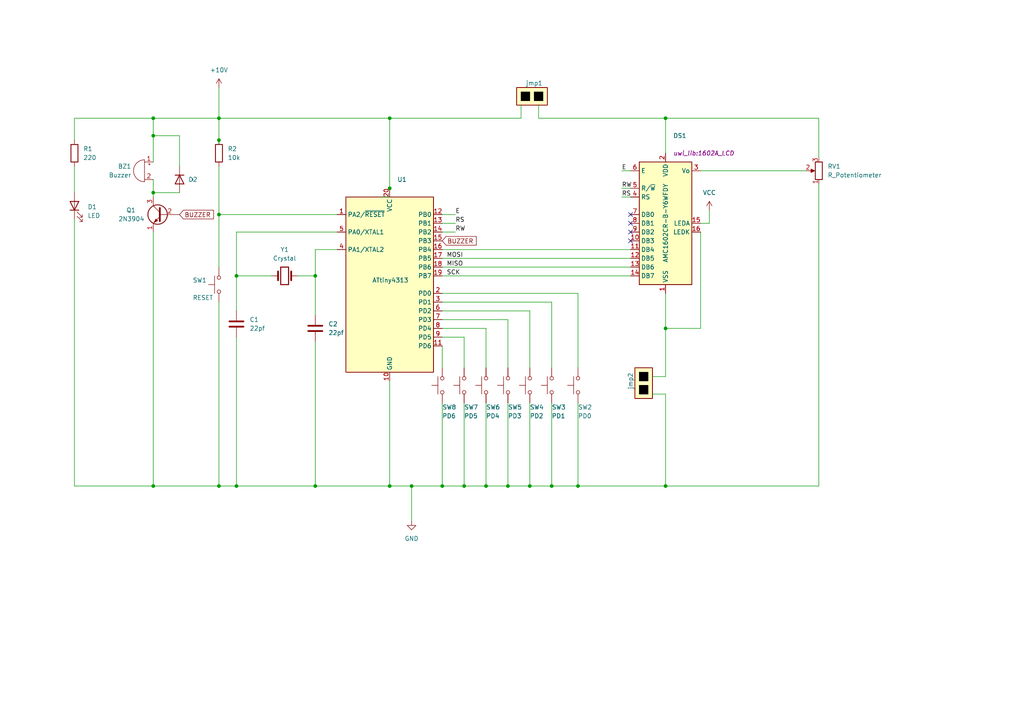
<source format=kicad_sch>
(kicad_sch (version 20230121) (generator eeschema)
  (paper "A4")
  (lib_symbols
    (symbol "Device:Buzzer" (pin_names (offset 0.0254) hide)
      (property "Reference" "BZ" (at 3.81 1.27 0))
      (property "Value" "Buzzer" (at 3.81 -1.27 0))
      (symbol "Buzzer_0_1"
        (arc (start 0 -3.175) (mid 3.1612 0) (end 0 3.175))
        (polyline (pts (xy -1.651 1.905) (xy -1.143 1.905)))
        (polyline (pts (xy -1.397 2.159) (xy -1.397 1.651)))
        (polyline (pts (xy 0 3.175) (xy 0 -3.175)))
      )
      (symbol "Buzzer_1_1"
        (pin passive line (at -2.54 2.54 0) (length 2.54) (name "-") (number "1"))
        (pin passive line (at -2.54 -2.54 0) (length 2.54) (name "+") (number "2"))
      )
    )
    (symbol "Device:C" (pin_numbers hide) (pin_names (offset 0.254))
      (property "Reference" "C" (at 0.635 2.54 0))
      (property "Value" "C" (at 0.635 -2.54 0))
      (symbol "C_0_1"
        (polyline (pts (xy -2.032 -0.762) (xy 2.032 -0.762)) (stroke (width 0.508)))
        (polyline (pts (xy -2.032 0.762) (xy 2.032 0.762)) (stroke (width 0.508)))
      )
      (symbol "C_1_1"
        (pin passive line (at 0 3.81 270) (length 2.794) (name "~") (number "1"))
        (pin passive line (at 0 -3.81 90) (length 2.794) (name "~") (number "2"))
      )
    )
    (symbol "Device:Crystal" (pin_numbers hide) (pin_names (offset 1.016) hide)
      (property "Reference" "Y" (at 0 3.81 0))
      (property "Value" "Crystal" (at 0 -3.81 0))
      (symbol "Crystal_0_1"
        (rectangle (start -1.143 2.54) (end 1.143 -2.54) (stroke (width 0.3048)))
        (polyline (pts (xy -2.54 0) (xy -1.905 0)))
        (polyline (pts (xy -1.905 -1.27) (xy -1.905 1.27)) (stroke (width 0.508)))
        (polyline (pts (xy 1.905 -1.27) (xy 1.905 1.27)) (stroke (width 0.508)))
        (polyline (pts (xy 2.54 0) (xy 1.905 0)))
      )
      (symbol "Crystal_1_1"
        (pin passive line (at -3.81 0 0) (length 1.27) (name "1") (number "1"))
        (pin passive line (at 3.81 0 180) (length 1.27) (name "2") (number "2"))
      )
    )
    (symbol "Device:LED" (pin_numbers hide) (pin_names (offset 1.016) hide)
      (property "Reference" "D" (at 0 2.54 0))
      (property "Value" "LED" (at 0 -2.54 0))
      (symbol "LED_0_1"
        (polyline (pts (xy -1.27 -1.27) (xy -1.27 1.27)) (stroke (width 0.254)))
        (polyline (pts (xy -1.27 0) (xy 1.27 0)))
        (polyline (pts (xy 1.27 -1.27) (xy 1.27 1.27) (xy -1.27 0) (xy 1.27 -1.27)) (stroke (width 0.254)))
        (polyline (pts (xy -3.048 -0.762) (xy -4.572 -2.286) (xy -3.81 -2.286) (xy -4.572 -2.286) (xy -4.572 -1.524)))
        (polyline (pts (xy -1.778 -0.762) (xy -3.302 -2.286) (xy -2.54 -2.286) (xy -3.302 -2.286) (xy -3.302 -1.524)))
      )
      (symbol "LED_1_1"
        (pin passive line (at -3.81 0 0) (length 2.54) (name "K") (number "1"))
        (pin passive line (at 3.81 0 180) (length 2.54) (name "A") (number "2"))
      )
    )
    (symbol "Device:R" (pin_numbers hide) (pin_names (offset 0))
      (property "Reference" "R" (at 2.032 0 90))
      (property "Value" "R" (at 0 0 90))
      (symbol "R_0_1"
        (rectangle (start -1.016 -2.54) (end 1.016 2.54) (stroke (width 0.254)))
      )
      (symbol "R_1_1"
        (pin passive line (at 0 3.81 270) (length 1.27) (name "~") (number "1"))
        (pin passive line (at 0 -3.81 90) (length 1.27) (name "~") (number "2"))
      )
    )
    (symbol "Device:R_Potentiometer" (pin_names (offset 1.016) hide)
      (property "Reference" "RV" (at -4.445 0 90))
      (property "Value" "R_Potentiometer" (at -2.54 0 90))
      (symbol "R_Potentiometer_0_1"
        (polyline (pts (xy 2.54 0) (xy 1.524 0)))
        (polyline (pts (xy 1.143 0) (xy 2.286 0.508) (xy 2.286 -0.508) (xy 1.143 0)) (fill (type outline)))
        (rectangle (start 1.016 2.54) (end -1.016 -2.54) (stroke (width 0.254)))
      )
      (symbol "R_Potentiometer_1_1"
        (pin passive line (at 0 3.81 270) (length 1.27) (name "1") (number "1"))
        (pin passive line (at 3.81 0 180) (length 1.27) (name "2") (number "2"))
        (pin passive line (at 0 -3.81 90) (length 1.27) (name "3") (number "3"))
      )
    )
    (symbol "Diode:1N4148W" (pin_numbers hide) (pin_names hide)
      (property "Reference" "D" (at 0 2.54 0))
      (property "Value" "1N4148W" (at 0 -2.54 0))
      (symbol "1N4148W_0_1"
        (polyline (pts (xy -1.27 1.27) (xy -1.27 -1.27)) (stroke (width 0.254)))
        (polyline (pts (xy 1.27 0) (xy -1.27 0)))
        (polyline (pts (xy 1.27 1.27) (xy 1.27 -1.27) (xy -1.27 0) (xy 1.27 1.27)) (stroke (width 0.254)))
      )
      (symbol "1N4148W_1_1"
        (pin passive line (at -3.81 0 0) (length 2.54) (name "K") (number "1"))
        (pin passive line (at 3.81 0 180) (length 2.54) (name "A") (number "2"))
      )
    )
    (symbol "MCU_Microchip_ATtiny:ATtiny2313A-P"
      (property "Reference" "U" (at -12.7 26.67 0))
      (property "Value" "ATtiny2313A-P" (at 2.54 -26.67 0))
      (symbol "ATtiny2313A-P_0_1"
        (rectangle (start -12.7 -25.4) (end 12.7 25.4) (stroke (width 0.254)) (fill (type background)))
      )
      (symbol "ATtiny2313A-P_1_1"
        (pin bidirectional line (at -15.24 20.32 0) (length 2.54) (name "PA2/~{RESET}") (number "1"))
        (pin power_in line (at 0 -27.94 90) (length 2.54) (name "GND") (number "10"))
        (pin bidirectional line (at 15.24 -17.78 180) (length 2.54) (name "PD6") (number "11"))
        (pin bidirectional line (at 15.24 20.32 180) (length 2.54) (name "PB0") (number "12"))
        (pin bidirectional line (at 15.24 17.78 180) (length 2.54) (name "PB1") (number "13"))
        (pin bidirectional line (at 15.24 15.24 180) (length 2.54) (name "PB2") (number "14"))
        (pin bidirectional line (at 15.24 12.7 180) (length 2.54) (name "PB3") (number "15"))
        (pin bidirectional line (at 15.24 10.16 180) (length 2.54) (name "PB4") (number "16"))
        (pin bidirectional line (at 15.24 7.62 180) (length 2.54) (name "PB5") (number "17"))
        (pin bidirectional line (at 15.24 5.08 180) (length 2.54) (name "PB6") (number "18"))
        (pin bidirectional line (at 15.24 2.54 180) (length 2.54) (name "PB7") (number "19"))
        (pin bidirectional line (at 15.24 -2.54 180) (length 2.54) (name "PD0") (number "2"))
        (pin power_in line (at 0 27.94 270) (length 2.54) (name "VCC") (number "20"))
        (pin bidirectional line (at 15.24 -5.08 180) (length 2.54) (name "PD1") (number "3"))
        (pin bidirectional line (at -15.24 10.16 0) (length 2.54) (name "PA1/XTAL2") (number "4"))
        (pin bidirectional line (at -15.24 15.24 0) (length 2.54) (name "PA0/XTAL1") (number "5"))
        (pin bidirectional line (at 15.24 -7.62 180) (length 2.54) (name "PD2") (number "6"))
        (pin bidirectional line (at 15.24 -10.16 180) (length 2.54) (name "PD3") (number "7"))
        (pin bidirectional line (at 15.24 -12.7 180) (length 2.54) (name "PD4") (number "8"))
        (pin bidirectional line (at 15.24 -15.24 180) (length 2.54) (name "PD5") (number "9"))
      )
    )
    (symbol "Power_Protection:SP0502BAHT" (pin_names hide)
      (property "Reference" "D3" (at -8.89 0 90))
      (property "Value" "SP0502BAHT" (at -6.35 0 90))
      (symbol "SP0502BAHT_0_1"
        (rectangle (start -3.81 2.54) (end 5.08 -2.54) (stroke (width 0.254)) (fill (type background)))
      )
      (symbol "SP0502BAHT_1_1"
        (rectangle (start -2.54 1.27) (end 0 -1.27) (stroke (width 0) (color 0 0 0 1)) (fill (type color) (color 0 0 0 1)))
        (rectangle (start 1.27 1.27) (end 3.81 -1.27) (stroke (width 0) (color 0 0 0 1)) (fill (type color) (color 0 0 0 1)))
      )
    )
    (symbol "Switch:SW_Push" (pin_numbers hide) (pin_names (offset 1.016) hide)
      (property "Reference" "SW" (at 1.27 2.54 0))
      (property "Value" "SW_Push" (at 0 -1.524 0))
      (symbol "SW_Push_0_1"
        (circle (center -2.032 0) (radius 0.508))
        (polyline (pts (xy 0 1.27) (xy 0 3.048)))
        (polyline (pts (xy 2.54 1.27) (xy -2.54 1.27)))
        (circle (center 2.032 0) (radius 0.508))
        (pin passive line (at -5.08 0 0) (length 2.54) (name "1") (number "1"))
        (pin passive line (at 5.08 0 180) (length 2.54) (name "2") (number "2"))
      )
    )
    (symbol "Transistor_BJT:2N3904" (pin_names (offset 0) hide)
      (property "Reference" "Q" (at 5.08 1.905 0))
      (property "Value" "2N3904" (at 5.08 0 0))
      (symbol "2N3904_0_1"
        (polyline (pts (xy 0.635 0.635) (xy 2.54 2.54)))
        (polyline (pts (xy 0.635 -0.635) (xy 2.54 -2.54) (xy 2.54 -2.54)))
        (polyline (pts (xy 0.635 1.905) (xy 0.635 -1.905) (xy 0.635 -1.905)) (stroke (width 0.508)))
        (polyline (pts (xy 1.27 -1.778) (xy 1.778 -1.27) (xy 2.286 -2.286) (xy 1.27 -1.778) (xy 1.27 -1.778)) (fill (type outline)))
        (circle (center 1.27 0) (radius 2.8194) (stroke (width 0.254)))
      )
      (symbol "2N3904_1_1"
        (pin passive line (at 2.54 -5.08 90) (length 2.54) (name "E") (number "1"))
        (pin passive line (at -5.08 0 0) (length 5.715) (name "B") (number "2"))
        (pin passive line (at 2.54 5.08 270) (length 2.54) (name "C") (number "3"))
      )
    )
    (symbol "UWI Lib:AMC1602CR-B-Y6WFDY"
      (property "Reference" "DS" (at -6.096 19.05 0))
      (property "Value" "AMC1602CR-B-Y6WFDY" (at 5.08 19.05 0))
      (property "Footprint" "uwi_lib:1602A_LCD" (at 0 -22.86 0))
      (symbol "AMC1602CR-B-Y6WFDY_0_1"
        (rectangle (start -7.62 17.78) (end 7.62 -17.78) (stroke (width 0.254)) (fill (type background)))
      )
      (symbol "AMC1602CR-B-Y6WFDY_1_1"
        (pin power_in line (at 0 -20.32 90) (length 2.54) (name "VSS") (number "1"))
        (pin bidirectional line (at -10.16 -5.08 0) (length 2.54) (name "DB3") (number "10"))
        (pin bidirectional line (at -10.16 -7.62 0) (length 2.54) (name "DB4") (number "11"))
        (pin bidirectional line (at -10.16 -10.16 0) (length 2.54) (name "DB5") (number "12"))
        (pin bidirectional line (at -10.16 -12.7 0) (length 2.54) (name "DB6") (number "13"))
        (pin bidirectional line (at -10.16 -15.24 0) (length 2.54) (name "DB7") (number "14"))
        (pin passive line (at 10.16 0 180) (length 2.54) (name "LEDA") (number "15"))
        (pin passive line (at 10.16 -2.54 180) (length 2.54) (name "LEDK") (number "16"))
        (pin power_in line (at 0 20.32 270) (length 2.54) (name "VDD") (number "2"))
        (pin input line (at 10.16 15.24 180) (length 2.54) (name "Vo") (number "3"))
        (pin input line (at -10.16 7.62 0) (length 2.54) (name "RS") (number "4"))
        (pin input line (at -10.16 10.16 0) (length 2.54) (name "R/~{W}") (number "5"))
        (pin input line (at -10.16 15.24 0) (length 2.54) (name "E") (number "6"))
        (pin bidirectional line (at -10.16 2.54 0) (length 2.54) (name "DB0") (number "7"))
        (pin bidirectional line (at -10.16 0 0) (length 2.54) (name "DB1") (number "8"))
        (pin bidirectional line (at -10.16 -2.54 0) (length 2.54) (name "DB2") (number "9"))
      )
    )
    (symbol "power:+10V" (power) (pin_names (offset 0))
      (property "Value" "+10V" (at 0 3.556 0))
      (symbol "+10V_0_1"
        (polyline (pts (xy -0.762 1.27) (xy 0 2.54)))
        (polyline (pts (xy 0 0) (xy 0 2.54)))
        (polyline (pts (xy 0 2.54) (xy 0.762 1.27)))
      )
      (symbol "+10V_1_1"
        (pin power_in line (at 0 0 90) (length 0) hide (name "+10V") (number "1"))
      )
    )
    (symbol "power:GND" (power) (pin_names (offset 0))
      (property "Value" "GND" (at 0 -3.81 0))
      (symbol "GND_0_1"
        (polyline (pts (xy 0 0) (xy 0 -1.27) (xy 1.27 -1.27) (xy 0 -2.54) (xy -1.27 -1.27) (xy 0 -1.27)))
      )
      (symbol "GND_1_1"
        (pin power_in line (at 0 0 270) (length 0) hide (name "GND") (number "1"))
      )
    )
    (symbol "power:VCC" (power) (pin_names (offset 0))
      (property "Value" "VCC" (at 0 3.81 0))
      (symbol "VCC_0_1"
        (polyline (pts (xy -0.762 1.27) (xy 0 2.54)))
        (polyline (pts (xy 0 0) (xy 0 2.54)))
        (polyline (pts (xy 0 2.54) (xy 0.762 1.27)))
      )
      (symbol "VCC_1_1"
        (pin power_in line (at 0 0 90) (length 0) hide (name "VCC") (number "1"))
      )
    )
  )
  (junction (at 160.02 140.97))
  (junction (at 63.5 34.29))
  (junction (at 140.97 140.97))
  (junction (at 68.58 140.97))
  (junction (at 44.45 34.29))
  (junction (at 193.04 140.97))
  (junction (at 113.03 140.97))
  (junction (at 63.5 40.64))
  (junction (at 113.03 34.29))
  (junction (at 193.04 95.25))
  (junction (at 91.44 80.01))
  (junction (at 128.27 140.97))
  (junction (at 44.45 55.88))
  (junction (at 119.38 140.97))
  (junction (at 91.44 140.97))
  (junction (at 193.04 34.29))
  (junction (at 44.45 140.97))
  (junction (at 63.5 140.97))
  (junction (at 63.5 62.23))
  (junction (at 113.03 54.61))
  (junction (at 134.62 140.97))
  (junction (at 68.58 80.01))
  (junction (at 44.45 39.37))
  (junction (at 147.32 140.97))
  (junction (at 167.64 140.97))
  (junction (at 153.67 140.97))
  (no_connect (at 182.88 67.31))
  (no_connect (at 182.88 69.85))
  (no_connect (at 182.88 64.77))
  (no_connect (at 182.88 62.23))
  (wire (pts (xy 68.58 67.31) (xy 97.79 67.31)))
  (wire (pts (xy 147.32 140.97) (xy 153.67 140.97)))
  (wire (pts (xy 203.2 95.25) (xy 193.04 95.25)))
  (wire (pts (xy 128.27 80.01) (xy 182.88 80.01)))
  (wire (pts (xy 68.58 80.01) (xy 78.74 80.01)))
  (wire (pts (xy 44.45 55.88) (xy 52.07 55.88)))
  (wire (pts (xy 237.49 53.34) (xy 237.49 140.97)))
  (wire (pts (xy 63.5 62.23) (xy 63.5 77.47)))
  (wire (pts (xy 128.27 67.31) (xy 132.08 67.31)))
  (wire (pts (xy 193.04 114.3) (xy 193.04 140.97)))
  (wire (pts (xy 153.67 140.97) (xy 160.02 140.97)))
  (wire (pts (xy 63.5 34.29) (xy 63.5 40.64)))
  (wire (pts (xy 21.59 63.5) (xy 21.59 140.97)))
  (wire (pts (xy 44.45 57.15) (xy 44.45 55.88)))
  (wire (pts (xy 180.34 54.61) (xy 182.88 54.61)))
  (wire (pts (xy 44.45 52.07) (xy 44.45 55.88)))
  (wire (pts (xy 91.44 80.01) (xy 91.44 91.44)))
  (wire (pts (xy 151.13 34.29) (xy 113.03 34.29)))
  (wire (pts (xy 203.2 49.53) (xy 233.68 49.53)))
  (wire (pts (xy 86.36 80.01) (xy 91.44 80.01)))
  (wire (pts (xy 128.27 62.23) (xy 132.08 62.23)))
  (wire (pts (xy 193.04 34.29) (xy 193.04 44.45)))
  (wire (pts (xy 160.02 87.63) (xy 160.02 106.68)))
  (wire (pts (xy 119.38 140.97) (xy 128.27 140.97)))
  (wire (pts (xy 63.5 140.97) (xy 68.58 140.97)))
  (wire (pts (xy 44.45 39.37) (xy 44.45 46.99)))
  (wire (pts (xy 128.27 74.93) (xy 182.88 74.93)))
  (wire (pts (xy 97.79 62.23) (xy 63.5 62.23)))
  (wire (pts (xy 21.59 140.97) (xy 44.45 140.97)))
  (wire (pts (xy 151.13 30.48) (xy 151.13 34.29)))
  (wire (pts (xy 128.27 64.77) (xy 132.08 64.77)))
  (wire (pts (xy 21.59 34.29) (xy 44.45 34.29)))
  (wire (pts (xy 134.62 97.79) (xy 134.62 106.68)))
  (wire (pts (xy 153.67 116.84) (xy 153.67 140.97)))
  (wire (pts (xy 140.97 95.25) (xy 140.97 106.68)))
  (wire (pts (xy 189.23 114.3) (xy 193.04 114.3)))
  (wire (pts (xy 153.67 90.17) (xy 153.67 106.68)))
  (wire (pts (xy 110.49 57.15) (xy 113.03 57.15)))
  (wire (pts (xy 113.03 34.29) (xy 113.03 54.61)))
  (wire (pts (xy 167.64 116.84) (xy 167.64 140.97)))
  (wire (pts (xy 189.23 109.22) (xy 193.04 109.22)))
  (wire (pts (xy 91.44 72.39) (xy 91.44 80.01)))
  (wire (pts (xy 237.49 34.29) (xy 193.04 34.29)))
  (wire (pts (xy 44.45 34.29) (xy 44.45 39.37)))
  (wire (pts (xy 91.44 99.06) (xy 91.44 140.97)))
  (wire (pts (xy 237.49 140.97) (xy 193.04 140.97)))
  (wire (pts (xy 180.34 49.53) (xy 182.88 49.53)))
  (wire (pts (xy 63.5 40.64) (xy 63.5 41.91)))
  (wire (pts (xy 180.34 57.15) (xy 182.88 57.15)))
  (wire (pts (xy 128.27 85.09) (xy 167.64 85.09)))
  (wire (pts (xy 147.32 116.84) (xy 147.32 140.97)))
  (wire (pts (xy 203.2 64.77) (xy 205.74 64.77)))
  (wire (pts (xy 44.45 140.97) (xy 63.5 140.97)))
  (wire (pts (xy 167.64 85.09) (xy 167.64 106.68)))
  (wire (pts (xy 128.27 140.97) (xy 134.62 140.97)))
  (wire (pts (xy 128.27 92.71) (xy 147.32 92.71)))
  (wire (pts (xy 128.27 90.17) (xy 153.67 90.17)))
  (wire (pts (xy 21.59 48.26) (xy 21.59 55.88)))
  (wire (pts (xy 68.58 97.79) (xy 68.58 140.97)))
  (wire (pts (xy 63.5 25.4) (xy 63.5 34.29)))
  (wire (pts (xy 128.27 72.39) (xy 182.88 72.39)))
  (wire (pts (xy 128.27 95.25) (xy 140.97 95.25)))
  (wire (pts (xy 52.07 48.26) (xy 52.07 39.37)))
  (wire (pts (xy 63.5 34.29) (xy 113.03 34.29)))
  (wire (pts (xy 140.97 116.84) (xy 140.97 140.97)))
  (wire (pts (xy 44.45 34.29) (xy 63.5 34.29)))
  (wire (pts (xy 160.02 140.97) (xy 167.64 140.97)))
  (wire (pts (xy 68.58 80.01) (xy 68.58 90.17)))
  (wire (pts (xy 128.27 87.63) (xy 160.02 87.63)))
  (wire (pts (xy 128.27 100.33) (xy 128.27 106.68)))
  (wire (pts (xy 128.27 77.47) (xy 182.88 77.47)))
  (wire (pts (xy 160.02 116.84) (xy 160.02 140.97)))
  (wire (pts (xy 97.79 72.39) (xy 91.44 72.39)))
  (wire (pts (xy 156.21 30.48) (xy 156.21 34.29)))
  (wire (pts (xy 44.45 39.37) (xy 52.07 39.37)))
  (wire (pts (xy 128.27 116.84) (xy 128.27 140.97)))
  (wire (pts (xy 119.38 140.97) (xy 119.38 151.13)))
  (wire (pts (xy 68.58 140.97) (xy 91.44 140.97)))
  (wire (pts (xy 68.58 80.01) (xy 68.58 67.31)))
  (wire (pts (xy 134.62 116.84) (xy 134.62 140.97)))
  (wire (pts (xy 63.5 87.63) (xy 63.5 140.97)))
  (wire (pts (xy 113.03 140.97) (xy 119.38 140.97)))
  (wire (pts (xy 113.03 54.61) (xy 113.03 57.15)))
  (wire (pts (xy 237.49 45.72) (xy 237.49 34.29)))
  (wire (pts (xy 134.62 97.79) (xy 128.27 97.79)))
  (wire (pts (xy 167.64 140.97) (xy 193.04 140.97)))
  (wire (pts (xy 21.59 34.29) (xy 21.59 40.64)))
  (wire (pts (xy 63.5 48.26) (xy 63.5 62.23)))
  (wire (pts (xy 44.45 67.31) (xy 44.45 140.97)))
  (wire (pts (xy 205.74 60.96) (xy 205.74 64.77)))
  (wire (pts (xy 91.44 140.97) (xy 113.03 140.97)))
  (wire (pts (xy 140.97 140.97) (xy 147.32 140.97)))
  (wire (pts (xy 156.21 34.29) (xy 193.04 34.29)))
  (wire (pts (xy 147.32 92.71) (xy 147.32 106.68)))
  (wire (pts (xy 193.04 95.25) (xy 193.04 109.22)))
  (wire (pts (xy 203.2 67.31) (xy 203.2 95.25)))
  (wire (pts (xy 193.04 85.09) (xy 193.04 95.25)))
  (wire (pts (xy 113.03 140.97) (xy 113.03 110.49)))
  (wire (pts (xy 134.62 140.97) (xy 140.97 140.97)))
  (rectangle (start 185.42 113.03) (end 185.42 113.03))
  (rectangle (start 157.48 29.21) (end 157.48 29.21))
  (label "RW" (at 180.34 54.61 0))
  (label "RS" (at 180.34 57.15 0))
  (label "E" (at 180.34 49.53 0))
  (label "SCK" (at 129.54 80.01 0))
  (label "MISO" (at 129.54 77.47 0))
  (label "E" (at 132.08 62.23 0))
  (label "RS" (at 132.08 64.77 0))
  (label "RW" (at 132.08 67.31 0))
  (label "MOSI" (at 129.54 74.93 0))
  (global_label "BUZZER" (shape input) (at 52.07 62.23 0) (property "Intersheetrefs" "${INTERSHEET_REFS}" (effects hide)))
  (global_label "BUZZER" (shape input) (at 128.27 69.85 0) (property "Intersheetrefs" "${INTERSHEET_REFS}" (effects hide)))
  (symbol (lib_id "Diode:1N4148W") (at 52.07 52.07 270) (unit 1)
    (property "Reference" "D2" (at 54.61 52.07 90) (effects (justify left)))
    (property "Value" "~" (at 55.88 52.07 0))
    (property "Footprint" "Diode_SMD:D_SOD-123" (effects hide))
    (property "Datasheet" "https://www.vishay.com/docs/85748/1n4148w.pdf" (effects hide))
    (property "Sim.Device" "D" (effects hide))
    (property "Sim.Pins" "1=K 2=A" (effects hide))
  )
  (symbol (lib_id "MCU_Microchip_ATtiny:ATtiny2313A-P") (at 113.03 82.55 0) (unit 1)
    (property "Reference" "U1" (at 115.2241 52.07 0) (effects (justify left)))
    (property "Value" "ATtiny4313" (at 107.95 81.28 0) (effects (justify left)))
    (property "Footprint" "Package_DIP:DIP-20_W7.62mm" (effects hide))
    (property "Datasheet" "http://ww1.microchip.com/downloads/en/DeviceDoc/doc8246.pdf" (effects hide))
  )
  (symbol (lib_id "Device:LED") (at 21.59 59.69 90) (unit 1)
    (property "Reference" "D1" (at 25.4 60.0075 90) (effects (justify right)))
    (property "Value" "LED" (at 25.4 62.5475 90) (effects (justify right)))
    (property "Footprint" "foot prints:LED_D5.0mm_Clear" (effects hide))
  )
  (symbol (lib_id "Switch:SW_Push") (at 140.97 111.76 90) (unit 1)
    (property "Reference" "SW6" (at 140.97 118.11 90) (effects (justify right)))
    (property "Value" "PD4" (at 140.97 120.65 90) (effects (justify right)))
    (property "Footprint" "foot prints:tactile_switch_uwi" (effects hide))
  )
  (symbol (lib_id "Device:Crystal") (at 82.55 80.01 0) (unit 1)
    (property "Reference" "Y1" (at 82.55 72.39 0))
    (property "Value" "Crystal" (at 82.55 74.93 0))
    (property "Footprint" "foot prints:Crystal_HC49-4H_Vertical" (effects hide))
  )
  (symbol (lib_id "Switch:SW_Push") (at 134.62 111.76 90) (unit 1)
    (property "Reference" "SW7" (at 134.62 118.11 90) (effects (justify right)))
    (property "Value" "PD5" (at 134.62 120.65 90) (effects (justify right)))
    (property "Footprint" "foot prints:tactile_switch_uwi" (effects hide))
  )
  (symbol (lib_id "Device:Buzzer") (at 41.91 49.53 0) (mirror y) (unit 1)
    (property "Reference" "BZ1" (at 38.1 48.26 0) (effects (justify left)))
    (property "Value" "Buzzer" (at 38.1 50.8 0) (effects (justify left)))
  )
  (symbol (lib_id "power:VCC") (at 205.74 60.96 0) (unit 1)
    (property "Reference" "#PWR03" (effects hide))
    (property "Value" "VCC" (at 205.74 55.88 0))
  )
  (symbol (lib_id "Switch:SW_Push") (at 63.5 82.55 90) (unit 1)
    (property "Reference" "SW1" (at 55.88 81.28 90) (effects (justify right)))
    (property "Value" "RESET" (at 55.88 86.36 90) (effects (justify right)))
    (property "Footprint" "foot prints:tactile_switch_uwi" (effects hide))
  )
  (symbol (lib_id "Device:R_Potentiometer") (at 237.49 49.53 180) (unit 1)
    (property "Reference" "RV1" (at 240.03 48.26 0) (effects (justify right)))
    (property "Value" "R_Potentiometer" (at 240.03 50.8 0) (effects (justify right)))
  )
  (symbol (lib_id "Device:C") (at 68.58 93.98 0) (unit 1)
    (property "Reference" "C1" (at 72.39 92.71 0) (effects (justify left)))
    (property "Value" "22pf" (at 72.39 95.25 0) (effects (justify left)))
    (property "Footprint" "foot prints:C_Disc_D5.0mm_W2.5mm_P2.50mm" (effects hide))
  )
  (symbol (lib_id "Device:C") (at 91.44 95.25 0) (unit 1)
    (property "Reference" "C2" (at 95.25 93.98 0) (effects (justify left)))
    (property "Value" "22pf" (at 95.25 96.52 0) (effects (justify left)))
    (property "Footprint" "foot prints:C_Disc_D5.0mm_W2.5mm_P2.50mm" (effects hide))
  )
  (symbol (lib_id "Switch:SW_Push") (at 160.02 111.76 90) (unit 1)
    (property "Reference" "SW3" (at 160.02 118.11 90) (effects (justify right)))
    (property "Value" "PD1" (at 160.02 120.65 90) (effects (justify right)))
    (property "Footprint" "foot prints:tactile_switch_uwi" (effects hide))
  )
  (symbol (lib_id "Switch:SW_Push") (at 147.32 111.76 90) (unit 1)
    (property "Reference" "SW5" (at 147.32 118.11 90) (effects (justify right)))
    (property "Value" "PD3" (at 147.32 120.65 90) (effects (justify right)))
    (property "Footprint" "foot prints:tactile_switch_uwi" (effects hide))
  )
  (symbol (lib_id "power:GND") (at 119.38 151.13 0) (unit 1)
    (property "Reference" "#PWR02" (effects hide))
    (property "Value" "GND" (at 119.38 156.21 0))
  )
  (symbol (lib_id "Switch:SW_Push") (at 128.27 111.76 90) (unit 1)
    (property "Reference" "SW8" (at 128.27 118.11 90) (effects (justify right)))
    (property "Value" "PD6" (at 128.27 120.65 90) (effects (justify right)))
    (property "Footprint" "foot prints:tactile_switch_uwi" (effects hide))
  )
  (symbol (lib_id "Power_Protection:SP0502BAHT") (at 186.69 110.49 270) (unit 1)
    (property "Reference" "jmp2" (at 182.88 110.49 0))
    (property "Value" "-V" (effects hide))
    (property "Footprint" "Package_TO_SOT_SMD:SOT-23" (effects hide))
    (property "Datasheet" "http://www.littelfuse.com/~/media/files/littelfuse/technical%20resources/documents/data%20sheets/sp05xxba.pdf" (effects hide))
  )
  (symbol (lib_id "power:+10V") (at 63.5 25.4 0) (unit 1)
    (property "Reference" "#PWR01" (effects hide))
    (property "Value" "+10V" (at 63.5 20.32 0))
  )
  (symbol (lib_id "Switch:SW_Push") (at 153.67 111.76 90) (unit 1)
    (property "Reference" "SW4" (at 153.67 118.11 90) (effects (justify right)))
    (property "Value" "PD2" (at 153.67 120.65 90) (effects (justify right)))
    (property "Footprint" "foot prints:tactile_switch_uwi" (effects hide))
  )
  (symbol (lib_id "Switch:SW_Push") (at 167.64 111.76 90) (unit 1)
    (property "Reference" "SW2" (at 167.64 118.11 90) (effects (justify right)))
    (property "Value" "PD0" (at 167.64 120.65 90) (effects (justify right)))
    (property "Footprint" "foot prints:tactile_switch_uwi" (effects hide))
  )
  (symbol (lib_id "UWI Lib:AMC1602CR-B-Y6WFDY") (at 193.04 64.77 0) (unit 1)
    (property "Reference" "DS1" (at 195.2341 39.37 0) (effects (justify left)))
    (property "Value" "AMC1602CR-B-Y6WFDY" (at 193.04 76.2 90) (effects (justify left)))
    (property "Footprint" "uwi_lib:1602A_LCD" (at 195.2341 44.45 0) (effects (font italic) (justify left)))
    (property "Datasheet" "http://www.icbank.com/data/ICBShop/board/HY1602E.pdf" (effects hide))
  )
  (symbol (lib_id "Device:R") (at 63.5 44.45 0) (unit 1)
    (property "Reference" "R2" (at 66.04 43.18 0) (effects (justify left)))
    (property "Value" "10k" (at 66.04 45.72 0) (effects (justify left)))
    (property "Footprint" "foot prints:R_Axial_DIN0207_L6.3mm_D2.5mm_P7.62mm_Horizontal" (effects hide))
  )
  (symbol (lib_id "Power_Protection:SP0502BAHT") (at 154.94 27.94 180) (unit 1)
    (property "Reference" "jmp1" (at 154.94 24.13 0))
    (property "Value" "-V" (effects hide))
    (property "Footprint" "Package_TO_SOT_SMD:SOT-23" (effects hide))
    (property "Datasheet" "http://www.littelfuse.com/~/media/files/littelfuse/technical%20resources/documents/data%20sheets/sp05xxba.pdf" (effects hide))
  )
  (symbol (lib_id "Transistor_BJT:2N3904") (at 46.99 62.23 0) (mirror y) (unit 1)
    (property "Reference" "Q1" (at 39.37 60.96 0) (effects (justify left)))
    (property "Value" "2N3904" (at 41.91 63.5 0) (effects (justify left)))
    (property "Footprint" "Package_TO_SOT_THT:TO-92_Inline" (effects hide))
    (property "Datasheet" "https://www.onsemi.com/pub/Collateral/2N3903-D.PDF" (effects hide))
  )
  (symbol (lib_id "Device:R") (at 21.59 44.45 0) (unit 1)
    (property "Reference" "R1" (at 24.13 43.18 0) (effects (justify left)))
    (property "Value" "220" (at 24.13 45.72 0) (effects (justify left)))
    (property "Footprint" "foot prints:R_Axial_DIN0207_L6.3mm_D2.5mm_P7.62mm_Horizontal" (effects hide))
  )
)
</source>
